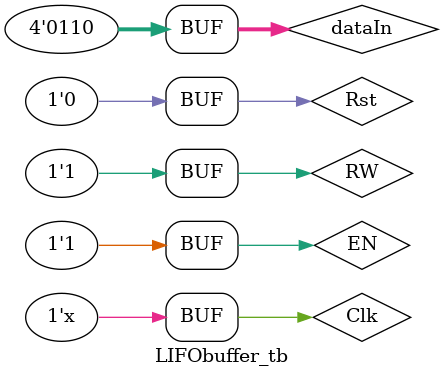
<source format=v>

`timescale 1ns / 1ps

module LIFObuffer_tb;

 // Inputs

 reg [3:0] dataIn;

 reg RW;

 reg EN;

 reg Rst;

 reg Clk;

 // Outputs

 wire [3:0] dataOut;

 wire EMPTY;

 wire FULL;

 // Instantiate the Unit Under Test (UUT)

 LIFObuffer uut (

                 .dataIn(dataIn), 

                 .dataOut(dataOut), 

                 .RW(RW), 

                 .EN(EN), 

                 .Rst(Rst), 

                 .EMPTY(EMPTY), 

                 .FULL(FULL), 

                 .Clk(Clk)

                );

 initial begin

  // Initialize Inputs

  dataIn  = 4'h0;

  RW  = 1'b0;

  EN  = 1'b0;

  Rst  = 1'b1;

  Clk  = 1'b0;

  // Wait 100 ns for global reset to finish

  #100;      

  // Add stimulus here

  EN   = 1'b1;

  Rst  = 1'b1;

  #40;

  Rst     = 1'b0;

  RW      = 1'b0;

  dataIn  = 4'h0;

  #20;

  dataIn = 4'h2;

  #20;

  dataIn = 4'h4;

  #20;

  dataIn = 4'h6;

  #20;

  RW  = 1'b1;

 end 

   always #10 Clk = ~Clk;

endmodule
</source>
